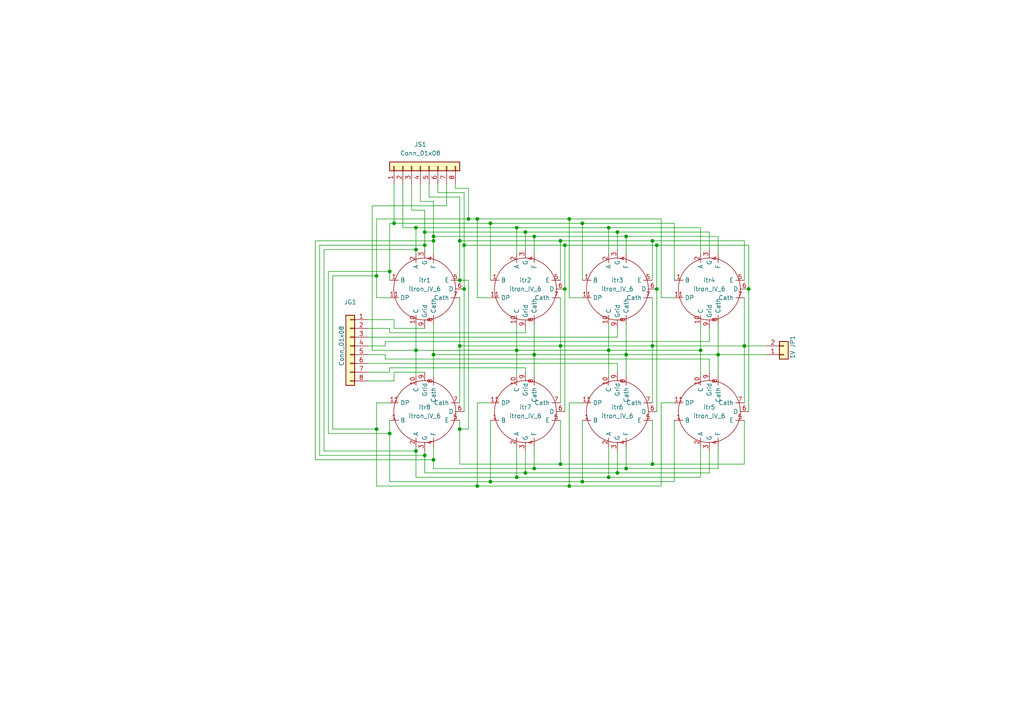
<source format=kicad_sch>
(kicad_sch (version 20211123) (generator eeschema)
  (paper "A4")
  (title_block (title "Divergence Meter - logic board") (date "2022") (company "Projected by Toohka / Okarisu"))
  (lib_symbols
    (symbol "Connector_Generic:Conn_01x02" (pin_names (offset 1.016) hide)
      (property "Reference" "J" (at 0 2.54 0))
      (property "Value" "Conn_01x02" (at 0 -5.08 0))
      (symbol "Conn_01x02_1_1"
        (rectangle (start -1.27 -2.413) (end 0 -2.667) (stroke (width 0.1524)))
        (rectangle (start -1.27 0.127) (end 0 -0.127) (stroke (width 0.1524)))
        (rectangle (start -1.27 1.27) (end 1.27 -3.81) (stroke (width 0.254)) (fill (type background)))
        (pin passive line (at -5.08 0 0) (length 3.81) (name "Pin_1") (number "1"))
        (pin passive line (at -5.08 -2.54 0) (length 3.81) (name "Pin_2") (number "2"))
      )
    )
    (symbol "Connector_Generic:Conn_01x08" (pin_names (offset 1.016) hide)
      (property "Reference" "J" (at 0 10.16 0))
      (property "Value" "Conn_01x08" (at 0 -12.7 0))
      (symbol "Conn_01x08_1_1"
        (rectangle (start -1.27 -10.033) (end 0 -10.287) (stroke (width 0.1524)))
        (rectangle (start -1.27 -7.493) (end 0 -7.747) (stroke (width 0.1524)))
        (rectangle (start -1.27 -4.953) (end 0 -5.207) (stroke (width 0.1524)))
        (rectangle (start -1.27 -2.413) (end 0 -2.667) (stroke (width 0.1524)))
        (rectangle (start -1.27 0.127) (end 0 -0.127) (stroke (width 0.1524)))
        (rectangle (start -1.27 2.667) (end 0 2.413) (stroke (width 0.1524)))
        (rectangle (start -1.27 5.207) (end 0 4.953) (stroke (width 0.1524)))
        (rectangle (start -1.27 7.747) (end 0 7.493) (stroke (width 0.1524)))
        (rectangle (start -1.27 8.89) (end 1.27 -11.43) (stroke (width 0.254)) (fill (type background)))
        (pin passive line (at -5.08 7.62 0) (length 3.81) (name "Pin_1") (number "1"))
        (pin passive line (at -5.08 5.08 0) (length 3.81) (name "Pin_2") (number "2"))
        (pin passive line (at -5.08 2.54 0) (length 3.81) (name "Pin_3") (number "3"))
        (pin passive line (at -5.08 0 0) (length 3.81) (name "Pin_4") (number "4"))
        (pin passive line (at -5.08 -2.54 0) (length 3.81) (name "Pin_5") (number "5"))
        (pin passive line (at -5.08 -5.08 0) (length 3.81) (name "Pin_6") (number "6"))
        (pin passive line (at -5.08 -7.62 0) (length 3.81) (name "Pin_7") (number "7"))
        (pin passive line (at -5.08 -10.16 0) (length 3.81) (name "Pin_8") (number "8"))
      )
    )
    (symbol "itron_iv_6:itron_IV_6"
      (property "Reference" "itr" (at 0 0 0))
      (property "Value" "itron_IV_6" (at -10.16 -5.08 0))
      (symbol "itron_IV_6_0_1"
        (circle (center 0 -13.97) (radius 8.9803))
      )
      (symbol "itron_IV_6_1_1"
        (pin input line (at -10.16 -11.43 0) (length 2.54) (name "B") (number "1"))
        (pin input line (at -2.54 -24.13 90) (length 2.54) (name "C") (number "10"))
        (pin input line (at -10.16 -16.51 0) (length 2.54) (name "DP") (number "11"))
        (pin input line (at -2.54 -3.81 270) (length 2.54) (name "A") (number "2"))
        (pin input line (at 0 -2.54 270) (length 2.54) (name "G") (number "3"))
        (pin input line (at 2.54 -3.81 270) (length 2.54) (name "F") (number "4"))
        (pin input line (at 10.16 -11.43 180) (length 2.54) (name "E") (number "5"))
        (pin input line (at 11.43 -13.97 180) (length 2.54) (name "D") (number "6"))
        (pin input line (at 10.16 -16.51 180) (length 2.54) (name "Cath") (number "7"))
        (pin input line (at 2.54 -24.13 90) (length 2.54) (name "Cath") (number "8"))
        (pin input line (at 0 -25.4 90) (length 2.54) (name "Grid") (number "9"))
      )
    )
  )
  (junction (at 189.23 100.33))
  (junction (at 133.35 100.33))
  (junction (at 162.56 69.85))
  (junction (at 154.94 68.58))
  (junction (at 190.5 83.82))
  (junction (at 125.73 133.35))
  (junction (at 152.4 137.16))
  (junction (at 138.43 63.5))
  (junction (at 163.83 83.82))
  (junction (at 154.94 135.89))
  (junction (at 163.83 71.12))
  (junction (at 203.2 101.6))
  (junction (at 149.86 138.43))
  (junction (at 133.35 69.85))
  (junction (at 149.86 66.04))
  (junction (at 176.53 101.6))
  (junction (at 168.91 139.7))
  (junction (at 125.73 102.87))
  (junction (at 133.35 124.46))
  (junction (at 208.28 102.87))
  (junction (at 217.17 83.82))
  (junction (at 189.23 69.85))
  (junction (at 179.07 137.16))
  (junction (at 165.1 63.5))
  (junction (at 120.65 101.6))
  (junction (at 109.22 124.46))
  (junction (at 123.19 71.12))
  (junction (at 165.1 140.97))
  (junction (at 162.56 100.33))
  (junction (at 113.03 125.73))
  (junction (at 181.61 102.87))
  (junction (at 134.62 83.82))
  (junction (at 176.53 138.43))
  (junction (at 189.23 134.62))
  (junction (at 149.86 101.6))
  (junction (at 120.65 72.39))
  (junction (at 133.35 81.28))
  (junction (at 181.61 135.89))
  (junction (at 168.91 64.77))
  (junction (at 120.65 66.04))
  (junction (at 114.3 64.77))
  (junction (at 154.94 102.87))
  (junction (at 134.62 71.12))
  (junction (at 176.53 66.04))
  (junction (at 181.61 68.58))
  (junction (at 120.65 130.81))
  (junction (at 138.43 140.97))
  (junction (at 152.4 67.31))
  (junction (at 109.22 80.01))
  (junction (at 190.5 71.12))
  (junction (at 142.24 139.7))
  (junction (at 113.03 78.74))
  (junction (at 215.9 100.33))
  (junction (at 162.56 134.62))
  (junction (at 135.89 63.5))
  (junction (at 123.19 132.08))
  (junction (at 123.19 67.31))
  (junction (at 125.73 69.85))
  (junction (at 179.07 67.31))
  (junction (at 142.24 64.77))
  (junction (at 125.73 68.58))
  (wire (pts (xy 119.38 60.96) (xy 123.19 60.96)))
  (wire (pts (xy 179.07 95.25) (xy 179.07 97.79)))
  (wire (pts (xy 134.62 55.88) (xy 127 55.88)))
  (wire (pts (xy 149.86 66.04) (xy 120.65 66.04)))
  (wire (pts (xy 123.19 60.96) (xy 123.19 67.31)))
  (wire (pts (xy 179.07 67.31) (xy 179.07 72.39)))
  (wire (pts (xy 176.53 66.04) (xy 149.86 66.04)))
  (wire (pts (xy 123.19 71.12) (xy 92.71 71.12)))
  (wire (pts (xy 135.89 81.28) (xy 133.35 81.28)))
  (wire (pts (xy 179.07 105.41) (xy 179.07 107.95)))
  (wire (pts (xy 133.35 100.33) (xy 162.56 100.33)))
  (wire (pts (xy 138.43 140.97) (xy 165.1 140.97)))
  (wire (pts (xy 162.56 69.85) (xy 162.56 81.28)))
  (wire (pts (xy 189.23 121.92) (xy 189.23 134.62)))
  (wire (pts (xy 120.65 93.98) (xy 120.65 101.6)))
  (wire (pts (xy 149.86 66.04) (xy 149.86 73.66)))
  (wire (pts (xy 181.61 68.58) (xy 208.28 68.58)))
  (wire (pts (xy 109.22 124.46) (xy 96.52 124.46)))
  (wire (pts (xy 109.22 86.36) (xy 109.22 80.01)))
  (wire (pts (xy 134.62 83.82) (xy 134.62 119.38)))
  (wire (pts (xy 142.24 121.92) (xy 142.24 139.7)))
  (wire (pts (xy 168.91 64.77) (xy 195.58 64.77)))
  (wire (pts (xy 133.35 124.46) (xy 133.35 134.62)))
  (wire (pts (xy 205.74 95.25) (xy 205.74 99.06)))
  (wire (pts (xy 205.74 67.31) (xy 179.07 67.31)))
  (wire (pts (xy 176.53 129.54) (xy 176.53 138.43)))
  (wire (pts (xy 205.74 130.81) (xy 205.74 137.16)))
  (wire (pts (xy 114.3 110.49) (xy 114.3 107.95)))
  (wire (pts (xy 133.35 69.85) (xy 133.35 57.15)))
  (wire (pts (xy 133.35 134.62) (xy 162.56 134.62)))
  (wire (pts (xy 125.73 69.85) (xy 125.73 68.58)))
  (wire (pts (xy 125.73 93.98) (xy 125.73 102.87)))
  (wire (pts (xy 190.5 83.82) (xy 190.5 119.38)))
  (wire (pts (xy 208.28 129.54) (xy 208.28 135.89)))
  (wire (pts (xy 120.65 72.39) (xy 120.65 73.66)))
  (wire (pts (xy 125.73 58.42) (xy 121.92 58.42)))
  (wire (pts (xy 120.65 129.54) (xy 120.65 130.81)))
  (wire (pts (xy 149.86 93.98) (xy 149.86 101.6)))
  (wire (pts (xy 133.35 69.85) (xy 162.56 69.85)))
  (wire (pts (xy 149.86 138.43) (xy 176.53 138.43)))
  (wire (pts (xy 176.53 101.6) (xy 203.2 101.6)))
  (wire (pts (xy 106.68 97.79) (xy 179.07 97.79)))
  (wire (pts (xy 134.62 71.12) (xy 134.62 55.88)))
  (wire (pts (xy 107.95 59.69) (xy 129.54 59.69)))
  (wire (pts (xy 162.56 69.85) (xy 189.23 69.85)))
  (wire (pts (xy 152.4 67.31) (xy 152.4 72.39)))
  (wire (pts (xy 152.4 106.68) (xy 152.4 107.95)))
  (wire (pts (xy 113.03 121.92) (xy 113.03 125.73)))
  (wire (pts (xy 113.03 78.74) (xy 113.03 64.77)))
  (wire (pts (xy 154.94 102.87) (xy 154.94 109.22)))
  (wire (pts (xy 208.28 93.98) (xy 208.28 102.87)))
  (wire (pts (xy 190.5 71.12) (xy 217.17 71.12)))
  (wire (pts (xy 93.98 130.81) (xy 93.98 72.39)))
  (wire (pts (xy 181.61 102.87) (xy 208.28 102.87)))
  (wire (pts (xy 152.4 67.31) (xy 123.19 67.31)))
  (wire (pts (xy 120.65 66.04) (xy 120.65 72.39)))
  (wire (pts (xy 208.28 68.58) (xy 208.28 73.66)))
  (wire (pts (xy 132.08 54.61) (xy 132.08 53.34)))
  (wire (pts (xy 109.22 140.97) (xy 138.43 140.97)))
  (wire (pts (xy 154.94 93.98) (xy 154.94 102.87)))
  (wire (pts (xy 191.77 116.84) (xy 195.58 116.84)))
  (wire (pts (xy 179.07 67.31) (xy 152.4 67.31)))
  (wire (pts (xy 203.2 66.04) (xy 176.53 66.04)))
  (wire (pts (xy 208.28 135.89) (xy 181.61 135.89)))
  (wire (pts (xy 124.46 57.15) (xy 124.46 53.34)))
  (wire (pts (xy 134.62 71.12) (xy 134.62 83.82)))
  (wire (pts (xy 113.03 96.52) (xy 152.4 96.52)))
  (wire (pts (xy 113.03 106.68) (xy 152.4 106.68)))
  (wire (pts (xy 121.92 58.42) (xy 121.92 53.34)))
  (wire (pts (xy 190.5 71.12) (xy 190.5 83.82)))
  (wire (pts (xy 208.28 102.87) (xy 208.28 109.22)))
  (wire (pts (xy 120.65 130.81) (xy 93.98 130.81)))
  (wire (pts (xy 106.68 102.87) (xy 111.76 102.87)))
  (wire (pts (xy 189.23 86.36) (xy 189.23 100.33)))
  (wire (pts (xy 123.19 132.08) (xy 123.19 130.81)))
  (wire (pts (xy 133.35 86.36) (xy 133.35 100.33)))
  (wire (pts (xy 205.74 99.06) (xy 111.76 99.06)))
  (wire (pts (xy 114.3 107.95) (xy 123.19 107.95)))
  (wire (pts (xy 107.95 59.69) (xy 107.95 101.6)))
  (wire (pts (xy 203.2 73.66) (xy 203.2 66.04)))
  (wire (pts (xy 96.52 124.46) (xy 96.52 80.01)))
  (wire (pts (xy 189.23 100.33) (xy 189.23 116.84)))
  (wire (pts (xy 189.23 134.62) (xy 162.56 134.62)))
  (wire (pts (xy 195.58 139.7) (xy 195.58 121.92)))
  (wire (pts (xy 120.65 101.6) (xy 107.95 101.6)))
  (wire (pts (xy 205.74 137.16) (xy 179.07 137.16)))
  (wire (pts (xy 95.25 78.74) (xy 113.03 78.74)))
  (wire (pts (xy 133.35 100.33) (xy 133.35 116.84)))
  (wire (pts (xy 114.3 95.25) (xy 114.3 92.71)))
  (wire (pts (xy 113.03 139.7) (xy 142.24 139.7)))
  (wire (pts (xy 152.4 130.81) (xy 152.4 137.16)))
  (wire (pts (xy 149.86 129.54) (xy 149.86 138.43)))
  (wire (pts (xy 149.86 101.6) (xy 149.86 109.22)))
  (wire (pts (xy 134.62 71.12) (xy 163.83 71.12)))
  (wire (pts (xy 133.35 121.92) (xy 133.35 124.46)))
  (wire (pts (xy 191.77 140.97) (xy 191.77 116.84)))
  (wire (pts (xy 162.56 134.62) (xy 162.56 121.92)))
  (wire (pts (xy 120.65 130.81) (xy 120.65 138.43)))
  (wire (pts (xy 123.19 71.12) (xy 123.19 72.39)))
  (wire (pts (xy 215.9 86.36) (xy 215.9 100.33)))
  (wire (pts (xy 123.19 137.16) (xy 123.19 132.08)))
  (wire (pts (xy 181.61 93.98) (xy 181.61 102.87)))
  (wire (pts (xy 113.03 86.36) (xy 109.22 86.36)))
  (wire (pts (xy 138.43 116.84) (xy 142.24 116.84)))
  (wire (pts (xy 162.56 100.33) (xy 189.23 100.33)))
  (wire (pts (xy 217.17 71.12) (xy 217.17 83.82)))
  (wire (pts (xy 125.73 133.35) (xy 91.44 133.35)))
  (wire (pts (xy 114.3 53.34) (xy 114.3 64.77)))
  (wire (pts (xy 165.1 63.5) (xy 191.77 63.5)))
  (wire (pts (xy 93.98 72.39) (xy 120.65 72.39)))
  (wire (pts (xy 165.1 63.5) (xy 165.1 86.36)))
  (wire (pts (xy 138.43 63.5) (xy 138.43 86.36)))
  (wire (pts (xy 189.23 69.85) (xy 215.9 69.85)))
  (wire (pts (xy 181.61 135.89) (xy 154.94 135.89)))
  (wire (pts (xy 149.86 101.6) (xy 176.53 101.6)))
  (wire (pts (xy 215.9 134.62) (xy 189.23 134.62)))
  (wire (pts (xy 165.1 86.36) (xy 168.91 86.36)))
  (wire (pts (xy 191.77 63.5) (xy 191.77 86.36)))
  (wire (pts (xy 154.94 68.58) (xy 181.61 68.58)))
  (wire (pts (xy 125.73 133.35) (xy 125.73 135.89)))
  (wire (pts (xy 133.35 57.15) (xy 124.46 57.15)))
  (wire (pts (xy 165.1 116.84) (xy 168.91 116.84)))
  (wire (pts (xy 133.35 124.46) (xy 135.89 124.46)))
  (wire (pts (xy 176.53 66.04) (xy 176.53 73.66)))
  (wire (pts (xy 215.9 100.33) (xy 215.9 116.84)))
  (wire (pts (xy 125.73 73.66) (xy 125.73 69.85)))
  (wire (pts (xy 163.83 71.12) (xy 190.5 71.12)))
  (wire (pts (xy 123.19 67.31) (xy 123.19 71.12)))
  (wire (pts (xy 163.83 83.82) (xy 163.83 119.38)))
  (wire (pts (xy 113.03 125.73) (xy 95.25 125.73)))
  (wire (pts (xy 111.76 102.87) (xy 111.76 104.14)))
  (wire (pts (xy 154.94 102.87) (xy 181.61 102.87)))
  (wire (pts (xy 165.1 140.97) (xy 191.77 140.97)))
  (wire (pts (xy 135.89 124.46) (xy 135.89 81.28)))
  (wire (pts (xy 113.03 64.77) (xy 114.3 64.77)))
  (wire (pts (xy 176.53 93.98) (xy 176.53 101.6)))
  (wire (pts (xy 215.9 121.92) (xy 215.9 134.62)))
  (wire (pts (xy 203.2 101.6) (xy 203.2 109.22)))
  (wire (pts (xy 189.23 69.85) (xy 189.23 81.28)))
  (wire (pts (xy 135.89 63.5) (xy 135.89 54.61)))
  (wire (pts (xy 165.1 140.97) (xy 165.1 116.84)))
  (wire (pts (xy 138.43 140.97) (xy 138.43 116.84)))
  (wire (pts (xy 133.35 81.28) (xy 133.35 69.85)))
  (wire (pts (xy 138.43 63.5) (xy 165.1 63.5)))
  (wire (pts (xy 135.89 63.5) (xy 138.43 63.5)))
  (wire (pts (xy 125.73 102.87) (xy 154.94 102.87)))
  (wire (pts (xy 181.61 129.54) (xy 181.61 135.89)))
  (wire (pts (xy 109.22 124.46) (xy 109.22 140.97)))
  (wire (pts (xy 125.73 68.58) (xy 154.94 68.58)))
  (wire (pts (xy 114.3 92.71) (xy 106.68 92.71)))
  (wire (pts (xy 125.73 68.58) (xy 125.73 58.42)))
  (wire (pts (xy 119.38 53.34) (xy 119.38 60.96)))
  (wire (pts (xy 114.3 64.77) (xy 142.24 64.77)))
  (wire (pts (xy 215.9 100.33) (xy 222.25 100.33)))
  (wire (pts (xy 189.23 100.33) (xy 215.9 100.33)))
  (wire (pts (xy 120.65 101.6) (xy 149.86 101.6)))
  (wire (pts (xy 217.17 83.82) (xy 217.17 119.38)))
  (wire (pts (xy 129.54 59.69) (xy 129.54 53.34)))
  (wire (pts (xy 176.53 101.6) (xy 176.53 109.22)))
  (wire (pts (xy 106.68 95.25) (xy 113.03 95.25)))
  (wire (pts (xy 163.83 71.12) (xy 163.83 83.82)))
  (wire (pts (xy 125.73 135.89) (xy 154.94 135.89)))
  (wire (pts (xy 203.2 93.98) (xy 203.2 101.6)))
  (wire (pts (xy 195.58 64.77) (xy 195.58 81.28)))
  (wire (pts (xy 127 55.88) (xy 127 53.34)))
  (wire (pts (xy 179.07 130.81) (xy 179.07 137.16)))
  (wire (pts (xy 113.03 116.84) (xy 109.22 116.84)))
  (wire (pts (xy 123.19 95.25) (xy 114.3 95.25)))
  (wire (pts (xy 181.61 102.87) (xy 181.61 109.22)))
  (wire (pts (xy 181.61 68.58) (xy 181.61 73.66)))
  (wire (pts (xy 125.73 129.54) (xy 125.73 133.35)))
  (wire (pts (xy 113.03 95.25) (xy 113.03 96.52)))
  (wire (pts (xy 109.22 116.84) (xy 109.22 124.46)))
  (wire (pts (xy 215.9 69.85) (xy 215.9 81.28)))
  (wire (pts (xy 116.84 66.04) (xy 120.65 66.04)))
  (wire (pts (xy 168.91 139.7) (xy 168.91 121.92)))
  (wire (pts (xy 111.76 104.14) (xy 205.74 104.14)))
  (wire (pts (xy 152.4 137.16) (xy 123.19 137.16)))
  (wire (pts (xy 109.22 63.5) (xy 135.89 63.5)))
  (wire (pts (xy 142.24 64.77) (xy 168.91 64.77)))
  (wire (pts (xy 116.84 53.34) (xy 116.84 66.04)))
  (wire (pts (xy 205.74 72.39) (xy 205.74 67.31)))
  (wire (pts (xy 95.25 125.73) (xy 95.25 78.74)))
  (wire (pts (xy 154.94 135.89) (xy 154.94 129.54)))
  (wire (pts (xy 138.43 86.36) (xy 142.24 86.36)))
  (wire (pts (xy 120.65 138.43) (xy 149.86 138.43)))
  (wire (pts (xy 106.68 105.41) (xy 179.07 105.41)))
  (wire (pts (xy 135.89 54.61) (xy 132.08 54.61)))
  (wire (pts (xy 92.71 71.12) (xy 92.71 132.08)))
  (wire (pts (xy 168.91 139.7) (xy 195.58 139.7)))
  (wire (pts (xy 162.56 86.36) (xy 162.56 100.33)))
  (wire (pts (xy 91.44 69.85) (xy 125.73 69.85)))
  (wire (pts (xy 168.91 64.77) (xy 168.91 81.28)))
  (wire (pts (xy 125.73 102.87) (xy 125.73 109.22)))
  (wire (pts (xy 113.03 125.73) (xy 113.03 139.7)))
  (wire (pts (xy 109.22 80.01) (xy 109.22 63.5)))
  (wire (pts (xy 96.52 80.01) (xy 109.22 80.01)))
  (wire (pts (xy 113.03 107.95) (xy 113.03 106.68)))
  (wire (pts (xy 152.4 95.25) (xy 152.4 96.52)))
  (wire (pts (xy 142.24 64.77) (xy 142.24 81.28)))
  (wire (pts (xy 91.44 133.35) (xy 91.44 69.85)))
  (wire (pts (xy 111.76 100.33) (xy 106.68 100.33)))
  (wire (pts (xy 208.28 102.87) (xy 222.25 102.87)))
  (wire (pts (xy 162.56 100.33) (xy 162.56 116.84)))
  (wire (pts (xy 106.68 107.95) (xy 113.03 107.95)))
  (wire (pts (xy 205.74 104.14) (xy 205.74 107.95)))
  (wire (pts (xy 179.07 137.16) (xy 152.4 137.16)))
  (wire (pts (xy 191.77 86.36) (xy 195.58 86.36)))
  (wire (pts (xy 111.76 99.06) (xy 111.76 100.33)))
  (wire (pts (xy 142.24 139.7) (xy 168.91 139.7)))
  (wire (pts (xy 113.03 81.28) (xy 113.03 78.74)))
  (wire (pts (xy 106.68 110.49) (xy 114.3 110.49)))
  (wire (pts (xy 154.94 68.58) (xy 154.94 73.66)))
  (wire (pts (xy 120.65 101.6) (xy 120.65 109.22)))
  (wire (pts (xy 176.53 138.43) (xy 203.2 138.43)))
  (wire (pts (xy 203.2 138.43) (xy 203.2 129.54)))
  (wire (pts (xy 92.71 132.08) (xy 123.19 132.08)))
  (symbol (lib_id "itron_iv_6:itron_IV_6") (at 123.19 69.85 0) (unit 1)
    (property "Reference" "itr1" (at 123.19 81.28 0))
    (property "Value" "itron_IV_6" (at 123.19 83.82 0))
    (property "Footprint" "Itron:itron_IV_6" (effects hide))
  )
  (symbol (lib_id "itron_iv_6:itron_IV_6") (at 179.07 133.35 0) (mirror x) (unit 1)
    (property "Reference" "itr6" (at 179.07 118.11 0))
    (property "Value" "itron_IV_6" (at 179.07 120.65 0))
    (property "Footprint" "Itron:itron_IV_6" (effects hide))
  )
  (symbol (lib_id "Connector_Generic:Conn_01x02") (at 227.33 102.87 0) (mirror x) (unit 1)
    (property "Reference" "JP1" (at 229.87 99.06 90))
    (property "Value" "1V" (at 229.87 102.87 90))
    (property "Footprint" "Connector_PinHeader_2.54mm:PinHeader_1x02_P2.54mm_Vertical" (effects hide))
  )
  (symbol (lib_id "itron_iv_6:itron_IV_6") (at 205.74 69.85 0) (unit 1)
    (property "Reference" "itr4" (at 205.74 81.28 0))
    (property "Value" "itron_IV_6" (at 205.74 83.82 0))
    (property "Footprint" "Itron:itron_IV_6" (effects hide))
  )
  (symbol (lib_id "Connector_Generic:Conn_01x08") (at 101.6 100.33 0) (mirror y) (unit 1)
    (property "Reference" "JG1" (at 101.6 87.63 0))
    (property "Value" "Conn_01x08" (at 99.06 100.33 90))
    (property "Footprint" "Connector_PinHeader_2.54mm:PinHeader_1x08_P2.54mm_Vertical" (effects hide))
  )
  (symbol (lib_id "itron_iv_6:itron_IV_6") (at 123.19 133.35 0) (mirror x) (unit 1)
    (property "Reference" "itr8" (at 123.19 118.11 0))
    (property "Value" "itron_IV_6" (at 123.19 120.65 0))
    (property "Footprint" "Itron:itron_IV_6" (effects hide))
  )
  (symbol (lib_id "itron_iv_6:itron_IV_6") (at 205.74 133.35 0) (mirror x) (unit 1)
    (property "Reference" "itr5" (at 205.74 118.11 0))
    (property "Value" "itron_IV_6" (at 205.74 120.65 0))
    (property "Footprint" "Itron:itron_IV_6" (effects hide))
  )
  (symbol (lib_id "Connector_Generic:Conn_01x08") (at 121.92 48.26 90) (unit 1)
    (property "Reference" "JS1" (at 121.92 41.91 90))
    (property "Value" "Conn_01x08" (at 121.92 44.45 90))
    (property "Footprint" "Connector_PinHeader_2.54mm:PinHeader_1x08_P2.54mm_Vertical" (effects hide))
  )
  (symbol (lib_id "itron_iv_6:itron_IV_6") (at 152.4 69.85 0) (unit 1)
    (property "Reference" "itr2" (at 152.4 81.28 0))
    (property "Value" "itron_IV_6" (at 152.4 83.82 0))
    (property "Footprint" "Itron:itron_IV_6" (effects hide))
  )
  (symbol (lib_id "itron_iv_6:itron_IV_6") (at 179.07 69.85 0) (unit 1)
    (property "Reference" "itr3" (at 179.07 81.28 0))
    (property "Value" "itron_IV_6" (at 179.07 83.82 0))
    (property "Footprint" "Itron:itron_IV_6" (effects hide))
  )
  (symbol (lib_id "itron_iv_6:itron_IV_6") (at 152.4 133.35 0) (mirror x) (unit 1)
    (property "Reference" "itr7" (at 152.4 118.11 0))
    (property "Value" "itron_IV_6" (at 152.4 120.65 0))
    (property "Footprint" "Itron:itron_IV_6" (effects hide))
  )
)
</source>
